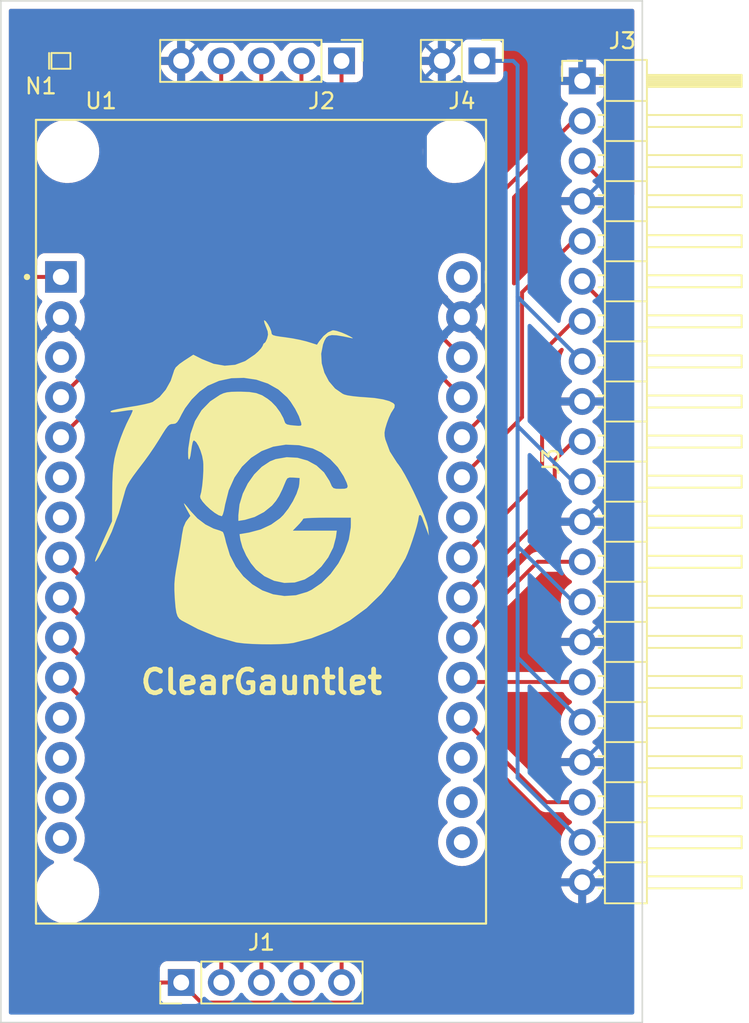
<source format=kicad_pcb>
(kicad_pcb (version 20211014) (generator pcbnew)
  (layers (0 "F.Cu" signal) (31 "B.Cu" signal) (34 "B.Paste" user) (35 "F.Paste" user) (36 "B.SilkS" user "B.Silkscreen") (37 "F.SilkS" user "F.Silkscreen") (38 "B.Mask" user) (39 "F.Mask" user) (44 "Edge.Cuts" user))
  (net 0 "")
  (net 4 "GND")
  (net 13 "Net-(J1-Pad2)")
  (net 14 "Net-(J1-Pad3)")
  (net 15 "Net-(J1-Pad4)")
  (net 16 "Net-(U1-Pad1)")
  (net 17 "Net-(J2-Pad2)")
  (net 18 "Net-(J2-Pad3)")
  (net 19 "Net-(J2-Pad4)")
  (net 20 "Net-(J3-Pad7)")
  (net 21 "Net-(U1-Pad26)")
  (net 22 "Net-(J3-Pad11)")
  (net 23 "Net-(U1-Pad25)")
  (net 24 "Net-(J3-Pad10)")
  (net 25 "Net-(J3-Pad13)")
  (net 26 "Net-(J3-Pad16)")
  (net 27 "Net-(J3-Pad19)")
  (net 29 "Net-(J1-Pad5)")
  (net 30 "Net-(J2-Pad1)")
  (footprint "Connector_PinHeader_2.54mm:PinHeader_1x05_P2.54mm_Vertical" (layer "F.Cu") (at 135.885 77.47 -90)
    (fp_text reference "J2" (at 2.54 1.265 180) (layer "F.SilkS"))
    (fp_text value "Conn_01x05_Male")
    (fp_line (start 1.33 1.27) (end 1.33 11.49) (layer "F.SilkS") (width 0.12))
    (fp_line (start -1.33 11.49) (end 1.33 11.49) (layer "F.SilkS") (width 0.12))
    (fp_line (start -1.33 1.27) (end -1.33 11.49) (layer "F.SilkS") (width 0.12))
    (fp_line (start -1.33 -1.33) (end 0 -1.33) (layer "F.SilkS") (width 0.12))
    (fp_line (start -1.33 1.27) (end 1.33 1.27) (layer "F.SilkS") (width 0.12))
    (fp_line (start -1.33 0) (end -1.33 -1.33) (layer "F.SilkS") (width 0.12))
    (pad "1" thru_hole rect (at 0 0 270) (size 1.7 1.7) (drill 1) (layers *.Cu *.Mask) (net 30 "Net-(J2-Pad1)"))
    (pad "2" thru_hole oval (at 0 2.54 270) (size 1.7 1.7) (drill 1) (layers *.Cu *.Mask) (net 17 "Net-(J2-Pad2)"))
    (pad "3" thru_hole oval (at 0 5.08 270) (size 1.7 1.7) (drill 1) (layers *.Cu *.Mask) (net 18 "Net-(J2-Pad3)"))
    (pad "4" thru_hole oval (at 0 7.62 270) (size 1.7 1.7) (drill 1) (layers *.Cu *.Mask) (net 19 "Net-(J2-Pad4)"))
    (pad "5" thru_hole oval (at 0 10.16 270) (size 1.7 1.7) (drill 1) (layers *.Cu *.Mask) (net 4 "GND"))
  )
  (footprint "ESP32-DEVKIT-V1:MODULE_ESP32_DEVKIT_V1" (layer "F.Cu") (at 130.81 106.68)
    (fp_text reference "U1" (at -10.16 -26.67) (layer "F.SilkS"))
    (fp_text value "ESP32-DEVKIT-V1")
    (fp_line (start 14.23 -25.475) (end 14.23 25.475) (layer "F.SilkS") (width 0.127))
    (fp_line (start -14.28 25.475) (end -14.28 -25.475) (layer "F.SilkS") (width 0.127))
    (fp_line (start 3.5 -25.475) (end 14.23 -25.475) (layer "F.SilkS") (width 0.127))
    (fp_line (start -8.91 25.475) (end 8.78 25.475) (layer "F.SilkS") (width 0.127))
    (fp_line (start -14.28 25.475) (end -8.91 25.475) (layer "F.SilkS") (width 0.127))
    (fp_line (start 8.78 25.475) (end 14.23 25.475) (layer "F.SilkS") (width 0.127))
    (fp_line (start -3.211 -25.475) (end 3.5 -25.475) (layer "F.SilkS") (width 0.127))
    (fp_line (start 14.23 -25.475) (end 14.23 25.475) (layer "F.SilkS") (width 0.127))
    (fp_line (start -14.28 -25.475) (end -3.211 -25.475) (layer "F.SilkS") (width 0.127))
    (fp_line (start -14.28 -25.475) (end 14.23 -25.475) (layer "F.SilkS") (width 0.127))
    (fp_line (start -14.28 25.475) (end -14.28 -25.475) (layer "F.SilkS") (width 0.127))
    (fp_line (start 14.23 25.475) (end -14.28 25.475) (layer "F.SilkS") (width 0.127))
    (fp_circle (center -14.85 -15.515) (end -14.75 -15.515) (layer "F.SilkS") (width 0.2) (fill none))
    (pad "" np_thru_hole circle (at -12.28 23.475) (size 3 3) (drill 3) (layers *.Cu *.Mask))
    (pad "" np_thru_hole circle (at 12.23 -23.475) (size 3 3) (drill 3) (layers *.Cu *.Mask))
    (pad "" np_thru_hole circle (at -12.28 -23.475) (size 3 3) (drill 3) (layers F&B.Cu *.Mask))
    (pad "1" thru_hole rect (at -12.7 -15.515) (size 2 2) (drill 1.02) (layers *.Cu *.Mask) (net 16 "Net-(U1-Pad1)"))
    (pad "2" thru_hole circle (at -12.7 -12.975) (size 2 2) (drill 1.02) (layers *.Cu *.Mask) (net 4 "GND"))
    (pad "3" thru_hole circle (at -12.7 -10.435) (size 2 2) (drill 1.02) (layers *.Cu *.Mask))
    (pad "4" thru_hole circle (at -12.7 -7.895) (size 2 2) (drill 1.02) (layers *.Cu *.Mask) (net 19 "Net-(J2-Pad4)"))
    (pad "5" thru_hole circle (at -12.7 -5.355) (size 2 2) (drill 1.02) (layers *.Cu *.Mask) (net 18 "Net-(J2-Pad3)"))
    (pad "6" thru_hole circle (at -12.7 -2.815) (size 2 2) (drill 1.02) (layers *.Cu *.Mask))
    (pad "7" thru_hole circle (at -12.7 -0.275) (size 2 2) (drill 1.02) (layers *.Cu *.Mask))
    (pad "8" thru_hole circle (at -12.7 2.265) (size 2 2) (drill 1.02) (layers *.Cu *.Mask) (net 29 "Net-(J1-Pad5)"))
    (pad "9" thru_hole circle (at -12.7 4.805) (size 2 2) (drill 1.02) (layers *.Cu *.Mask) (net 15 "Net-(J1-Pad4)"))
    (pad "10" thru_hole circle (at -12.7 7.345) (size 2 2) (drill 1.02) (layers *.Cu *.Mask) (net 14 "Net-(J1-Pad3)"))
    (pad "11" thru_hole circle (at -12.7 9.885) (size 2 2) (drill 1.02) (layers *.Cu *.Mask) (net 13 "Net-(J1-Pad2)"))
    (pad "12" thru_hole circle (at -12.7 12.425) (size 2 2) (drill 1.02) (layers *.Cu *.Mask))
    (pad "13" thru_hole circle (at -12.7 14.965) (size 2 2) (drill 1.02) (layers *.Cu *.Mask))
    (pad "14" thru_hole circle (at -12.7 17.505) (size 2 2) (drill 1.02) (layers *.Cu *.Mask))
    (pad "15" thru_hole circle (at -12.7 20.045) (size 2 2) (drill 1.02) (layers *.Cu *.Mask))
    (pad "16" thru_hole circle (at 12.7 20.32) (size 2 2) (drill 1.02) (layers *.Cu *.Mask))
    (pad "17" thru_hole circle (at 12.7 17.78) (size 2 2) (drill 1.02) (layers *.Cu *.Mask))
    (pad "18" thru_hole circle (at 12.7 14.965) (size 2 2) (drill 1.02) (layers *.Cu *.Mask))
    (pad "19" thru_hole circle (at 12.7 12.425) (size 2 2) (drill 1.02) (layers *.Cu *.Mask) (net 27 "Net-(J3-Pad19)"))
    (pad "20" thru_hole circle (at 12.7 9.885) (size 2 2) (drill 1.02) (layers *.Cu *.Mask) (net 26 "Net-(J3-Pad16)"))
    (pad "21" thru_hole circle (at 12.7 7.345) (size 2 2) (drill 1.02) (layers *.Cu *.Mask) (net 25 "Net-(J3-Pad13)"))
    (pad "22" thru_hole circle (at 12.7 4.805) (size 2 2) (drill 1.02) (layers *.Cu *.Mask) (net 24 "Net-(J3-Pad10)"))
    (pad "23" thru_hole circle (at 12.7 2.265) (size 2 2) (drill 1.02) (layers *.Cu *.Mask) (net 20 "Net-(J3-Pad7)"))
    (pad "24" thru_hole circle (at 12.7 -0.275) (size 2 2) (drill 1.02) (layers *.Cu *.Mask))
    (pad "25" thru_hole circle (at 12.7 -2.815) (size 2 2) (drill 1.02) (layers *.Cu *.Mask) (net 23 "Net-(U1-Pad25)"))
    (pad "26" thru_hole circle (at 12.7 -5.355) (size 2 2) (drill 1.02) (layers *.Cu *.Mask) (net 21 "Net-(U1-Pad26)"))
    (pad "27" thru_hole circle (at 12.7 -7.895) (size 2 2) (drill 1.02) (layers *.Cu *.Mask) (net 17 "Net-(J2-Pad2)"))
    (pad "28" thru_hole circle (at 12.7 -10.435) (size 2 2) (drill 1.02) (layers *.Cu *.Mask) (net 30 "Net-(J2-Pad1)"))
    (pad "29" thru_hole circle (at 12.7 -12.975) (size 2 2) (drill 1.02) (layers *.Cu *.Mask) (net 4 "GND"))
    (pad "30" thru_hole circle (at 12.7 -15.515) (size 2 2) (drill 1.02) (layers *.Cu *.Mask))
  )
  (footprint "CG:logo-big" (layer "F.Cu") (at 130.81 104.14)
    (fp_text reference "logo" hide)
    (fp_text value "LOGO" hide)
    (fp_poly (pts (xy 0.284874 -10.157918) (xy 0.417792 -9.973789) (xy 0.543339 -9.742797) (xy 0.62568 -9.527037) (xy 0.639568 -9.437495) (xy 0.659038 -9.350527) (xy 0.739524 -9.287318) (xy 0.914142 -9.236843) (xy 1.216008 -9.188081) (xy 1.497585 -9.151906) (xy 1.9627 -9.081915) (xy 2.440291 -8.989119) (xy 2.845361 -8.890555) (xy 2.936613 -8.863487) (xy 3.517626 -8.680513) (xy 3.653517 -8.88576) (xy 3.923019 -9.219346) (xy 4.216835 -9.463895) (xy 4.491724 -9.585855) (xy 4.565594 -9.593525) (xy 4.775282 -9.554582) (xy 5.079497 -9.452656) (xy 5.401076 -9.314951) (xy 5.650338 -9.18876) (xy 5.783199 -9.106309) (xy 5.777109 -9.08215) (xy 5.756115 -9.085834) (xy 5.183838 -9.20509) (xy 4.760744 -9.274691) (xy 4.458585 -9.288687) (xy 4.249112 -9.241128) (xy 4.10408 -9.126063) (xy 3.995239 -8.937543) (xy 3.90328 -8.695541) (xy 3.788 -8.108046) (xy 3.822378 -7.498218) (xy 3.990747 -6.902892) (xy 4.277441 -6.358906) (xy 4.666793 -5.903096) (xy 5.143136 -5.572299) (xy 5.252962 -5.522075) (xy 5.463214 -5.467626) (xy 5.803316 -5.415671) (xy 6.220439 -5.373202) (xy 6.532018 -5.352761) (xy 7.165436 -5.300888) (xy 7.695951 -5.216502) (xy 8.102082 -5.105029) (xy 8.362349 -4.971895) (xy 8.446048 -4.869231) (xy 8.430692 -4.694762) (xy 8.328489 -4.5313) (xy 8.212384 -4.348347) (xy 8.076077 -4.053899) (xy 7.951056 -3.71739) (xy 7.844216 -3.363075) (xy 7.798972 -3.108713) (xy 7.808734 -2.884722) (xy 7.852578 -2.677233) (xy 8.138214 -1.909862) (xy 8.598453 -1.188172) (xy 8.672066 -1.096403) (xy 8.862105 -0.82433) (xy 9.094334 -0.429106) (xy 9.352743 0.054977) (xy 9.621322 0.593625) (xy 9.884061 1.152546) (xy 10.124949 1.697447) (xy 10.327976 2.194036) (xy 10.477132 2.60802) (xy 10.556406 2.905106) (xy 10.563155 2.954161) (xy 10.608712 3.426259) (xy 10.416572 2.923741) (xy 10.302561 2.621617) (xy 10.210631 2.371027) (xy 10.172423 2.261331) (xy 10.08263 2.119392) (xy 9.993406 2.132934) (xy 9.958992 2.272291) (xy 9.92777 2.485658) (xy 9.843568 2.824891) (xy 9.720586 3.245919) (xy 9.573023 3.704671) (xy 9.415076 4.157075) (xy 9.260946 4.559059) (xy 9.12483 4.866553) (xy 9.120216 4.875757) (xy 8.429802 6.049795) (xy 7.608606 7.098705) (xy 6.664094 8.016856) (xy 5.603733 8.798615) (xy 4.434988 9.438353) (xy 3.165323 9.930437) (xy 2.028416 10.225123) (xy 1.673434 10.272089) (xy 1.185843 10.301611) (xy 0.614884 10.31421) (xy 0.009797 10.310404) (xy -0.580176 10.290713) (xy -1.105796 10.255655) (xy -1.517822 10.20575) (xy -1.617885 10.186676) (xy -2.813082 9.84852) (xy -4.020968 9.348383) (xy -5.0537 8.800777) (xy -5.204054 8.689399) (xy -5.312019 8.536221) (xy -5.387664 8.307988) (xy -5.441056 7.971447) (xy -5.482262 7.493341) (xy -5.491381 7.355036) (xy -5.514443 6.883659) (xy -5.513219 6.485753) (xy -5.482976 6.096577) (xy -5.418981 5.651392) (xy -5.33105 5.16223) (xy -5.237626 4.650285) (xy -5.149826 4.139117) (xy -5.077622 3.688619) (xy -5.03159 3.363616) (xy -4.942371 2.89806) (xy -4.798679 2.562568) (xy -4.728924 2.462285) (xy -4.501584 2.171798) (xy -4.72551 1.771151) (xy -4.844972 1.543947) (xy -4.906855 1.398756) (xy -4.907052 1.370504) (xy -4.834406 1.437269) (xy -4.683943 1.612611) (xy -4.487727 1.8591) (xy -4.480638 1.868279) (xy -4.050416 2.329624) (xy -3.549582 2.711271) (xy -3.033501 2.973527) (xy -2.861124 3.029332) (xy -2.619058 3.106537) (xy -2.457253 3.179556) (xy -2.438756 3.193368) (xy -2.383428 3.313216) (xy -2.310792 3.558384) (xy -2.240399 3.858434) (xy -1.993191 4.66787) (xy -1.62053 5.386479) (xy -1.14149 6.003726) (xy -0.575146 6.509076) (xy 0.059428 6.891994) (xy 0.743156 7.141945) (xy 1.456966 7.248395) (xy 2.181781 7.200809) (xy 2.898528 6.988651) (xy 3.182352 6.853402) (xy 3.8083 6.425567) (xy 4.379127 5.855756) (xy 4.872225 5.181615) (xy 5.264987 4.440786) (xy 5.534804 3.670914) (xy 5.659069 2.909642) (xy 5.664748 2.720002) (xy 5.664748 2.284173) (xy 4.157194 2.284173) (xy 3.655484 2.28825) (xy 3.224491 2.299534) (xy 2.894326 2.316602) (xy 2.6951 2.338034) (xy 2.64964 2.355362) (xy 2.590903 2.45624) (xy 2.440552 2.636829) (xy 2.319436 2.766513) (xy 1.989232 3.106475) (xy 4.775917 3.106475) (xy 4.717639 3.540468) (xy 4.549381 4.176288) (xy 4.233992 4.804172) (xy 3.803626 5.38084) (xy 3.290435 5.863015) (xy 2.741222 6.200745) (xy 2.108286 6.395299) (xy 1.451406 6.42155) (xy 0.800843 6.285703) (xy 0.18686 5.993962) (xy -0.345129 5.567896) (xy -0.67016 5.170577) (xy -0.966597 4.683287) (xy -1.1982 4.174758) (xy -1.32873 3.713722) (xy -1.331293 3.697528) (xy -1.387459 3.329229) (xy -0.771558 3.223729) (xy -0.049956 3.031179) (xy 0.61684 2.721227) (xy 1.180358 2.318823) (xy 1.390358 2.110868) (xy 1.708431 1.703541) (xy 1.994639 1.239485) (xy 2.222439 0.770627) (xy 2.365283 0.348898) (xy 2.399355 0.13705) (xy 2.421223 -0.228417) (xy 2.033339 -0.256492) (xy 1.781747 -0.261492) (xy 1.645461 -0.208275) (xy 1.559174 -0.066385) (xy 1.543513 -0.028074) (xy 1.320048 0.505607) (xy 1.121593 0.90684) (xy 0.923508 1.219037) (xy 0.701156 1.485608) (xy 0.659976 1.528682) (xy 0.163832 1.930608) (xy -0.430177 2.24238) (xy -1.044701 2.423843) (xy -1.073561 2.428615) (xy -1.461871 2.490261) (xy -1.461871 2.132312) (xy -1.388681 1.445249) (xy -1.183016 0.763005) (xy -0.865728 0.116997) (xy -0.457672 -0.461354) (xy 0.020297 -0.940629) (xy 0.547325 -1.289411) (xy 0.902762 -1.430228) (xy 1.601523 -1.550934) (xy 2.284234 -1.515091) (xy 2.923979 -1.334332) (xy 3.493844 -1.020293) (xy 3.966913 -0.584609) (xy 4.316269 -0.038916) (xy 4.361886 0.065086) (xy 4.463239 0.292527) (xy 4.565175 0.408507) (xy 4.729228 0.45063) (xy 5.002338 0.456492) (xy 5.271314 0.447675) (xy 5.423134 0.401267) (xy 5.465041 0.288036) (xy 5.40428 0.078752) (xy 5.248096 -0.255817) (xy 5.201888 -0.348661) (xy 4.839109 -0.913007) (xy 4.359729 -1.422012) (xy 3.81086 -1.833296) (xy 3.256314 -2.09889) (xy 2.38621 -2.307793) (xy 1.545916 -2.343899) (xy 0.749731 -2.216483) (xy 0.011954 -1.934823) (xy -0.653114 -1.508194) (xy -1.231176 -0.945874) (xy -1.707933 -0.257138) (xy -2.069084 0.548737) (xy -2.300332 1.462474) (xy -2.308274 1.511116) (xy -2.371483 1.836507) (xy -2.44006 2.07733) (xy -2.500895 2.189379) (xy -2.510346 2.192464) (xy -2.707232 2.132531) (xy -2.964111 1.976134) (xy -3.244654 1.756684) (xy -3.512536 1.507593) (xy -3.731427 1.262273) (xy -3.865002 1.054133) (xy -3.8836 0.929446) (xy -3.811983 0.654166) (xy -3.750819 0.254809) (xy -3.705121 -0.210046) (xy -3.679899 -0.681823) (xy -3.680167 -1.101946) (xy -3.693393 -1.293506) (xy -3.755822 -1.629773) (xy -3.86146 -1.968218) (xy -3.991665 -2.269273) (xy -4.127795 -2.493375) (xy -4.251209 -2.600958) (xy -4.307093 -2.596016) (xy -4.353829 -2.488864) (xy -4.403953 -2.254725) (xy -4.439106 -2.005245) (xy -4.496131 -1.627989) (xy -4.555015 -1.427941) (xy -4.606173 -1.399936) (xy -4.64002 -1.538805) (xy -4.646973 -1.839383) (xy -4.633199 -2.109873) (xy -4.492136 -3.028259) (xy -4.211715 -3.834356) (xy -3.794448 -4.523917) (xy -3.242849 -5.092698) (xy -2.624259 -5.502815) (xy -2.410827 -5.60107) (xy -2.186939 -5.662089) (xy -1.90132 -5.693823) (xy -1.502701 -5.704221) (xy -1.32482 -5.704284) (xy -0.763784 -5.683333) (xy -0.326803 -5.612695) (xy 0.042101 -5.473974) (xy 0.398907 -5.248775) (xy 0.635859 -5.059963) (xy 0.922408 -4.763975) (xy 1.190977 -4.394317) (xy 1.392494 -4.0237) (xy 1.458071 -3.841684) (xy 1.513806 -3.706832) (xy 1.622863 -3.628685) (xy 1.834355 -3.58377) (xy 2.043626 -3.561852) (xy 2.337197 -3.538708) (xy 2.48801 -3.547506) (xy 2.535278 -3.603518) (xy 2.518216 -3.722012) (xy 2.512895 -3.744586) (xy 2.369625 -4.152229) (xy 2.134443 -4.616416) (xy 1.846471 -5.066325) (xy 1.634608 -5.334635) (xy 1.07568 -5.836564) (xy 0.41032 -6.21423) (xy -0.329724 -6.462948) (xy -1.112706 -6.578031) (xy -1.906879 -6.554792) (xy -2.680495 -6.388546) (xy -3.396932 -6.077373) (xy -3.916764 -5.705876) (xy -4.414143 -5.211638) (xy -4.836342 -4.652125) (xy -5.04545 -4.280721) (xy -5.210522 -3.95644) (xy -5.336791 -3.76726) (xy -5.453938 -3.678869) (xy -5.585036 -3.656988) (xy -5.711737 -3.648244) (xy -5.818877 -3.607885) (xy -5.929291 -3.510556) (xy -6.065816 -3.330903) (xy -6.251288 -3.043571) (xy -6.492831 -2.649079) (xy -6.773968 -2.208333) (xy -7.103796 -1.723845) (xy -7.418902 -1.288266) (xy -7.47139 -1.21931) (xy -7.85104 -0.72184) (xy -8.133673 -0.338701) (xy -8.336632 -0.041697) (xy -8.47726 0.197367) (xy -8.572901 0.406685) (xy -8.640897 0.614453) (xy -8.671013 0.730935) (xy -9.031828 1.989064) (xy -9.479244 3.173627) (xy -9.845249 3.952259) (xy -10.083042 4.398636) (xy -10.279921 4.741504) (xy -10.427784 4.970543) (xy -10.518526 5.075431) (xy -10.544045 5.04585) (xy -10.496237 4.871476) (xy -10.431125 4.698443) (xy -10.31392 4.415983) (xy -10.147318 4.030256) (xy -9.958561 3.603882) (xy -9.857825 3.380576) (xy -9.463291 2.51259) (xy -9.453149 0.776619) (xy -9.443802 0.049972) (xy -9.420801 -0.537549) (xy -9.377493 -1.02942) (xy -9.307228 -1.469116) (xy -9.203352 -1.900111) (xy -9.059215 -2.365879) (xy -8.904495 -2.809314) (xy -8.742129 -3.225026) (xy -8.55312 -3.657208) (xy -8.39311 -3.98357) (xy -8.257147 -4.252602) (xy -8.171413 -4.450442) (xy -8.154223 -4.530002) (xy -8.255277 -4.534631) (xy -8.482933 -4.51185) (xy -8.731166 -4.47552) (xy -9.164571 -4.411211) (xy -9.434962 -4.388599) (xy -9.55725 -4.407755) (xy -9.546351 -4.468748) (xy -9.536385 -4.479299) (xy -9.414334 -4.527798) (xy -9.149121 -4.592274) (xy -8.778728 -4.664627) (xy -8.341133 -4.736759) (xy -8.300524 -4.742849) (xy -7.837191 -4.819604) (xy -7.416739 -4.903511) (xy -7.085073 -4.984493) (xy -6.888099 -5.052471) (xy -6.886486 -5.053298) (xy -6.449443 -5.371063) (xy -6.061576 -5.829045) (xy -5.750874 -6.385962) (xy -5.545322 -7.000528) (xy -5.535174 -7.04662) (xy -5.432664 -7.238895) (xy -5.19042 -7.463204) (xy -4.89972 -7.667269) (xy -4.315148 -8.048133) (xy -3.765037 -7.768587) (xy -3.026535 -7.470337) (xy -2.328769 -7.349525) (xy -1.665506 -7.406993) (xy -1.030511 -7.643585) (xy -0.417548 -8.060143) (xy -0.205576 -8.250027) (xy -0.024899 -8.446938) (xy 0.080373 -8.609559) (xy 0.091367 -8.652096) (xy 0.142821 -8.761762) (xy 0.175648 -8.771223) (xy 0.256542 -8.84902) (xy 0.347993 -9.040839) (xy 0.364266 -9.087369) (xy 0.417364 -9.316247) (xy 0.395199 -9.528817) (xy 0.288508 -9.810638) (xy 0.285123 -9.818304) (xy 0.194874 -10.054121) (xy 0.164394 -10.204383) (xy 0.180419 -10.233093)) (layer "F.SilkS") (width 0) (fill solid))
  )
  (footprint "Connector_PinHeader_2.54mm:PinHeader_1x05_P2.54mm_Vertical" (layer "F.Cu") (at 125.73 135.89 90)
    (fp_text reference "J1" (at 2.54 5.08 180) (layer "F.SilkS"))
    (fp_text value "Conn_01x05_Male")
    (fp_line (start -1.33 0) (end -1.33 -1.33) (layer "F.SilkS") (width 0.12))
    (fp_line (start -1.33 1.27) (end -1.33 11.49) (layer "F.SilkS") (width 0.12))
    (fp_line (start 1.33 1.27) (end 1.33 11.49) (layer "F.SilkS") (width 0.12))
    (fp_line (start -1.33 1.27) (end 1.33 1.27) (layer "F.SilkS") (width 0.12))
    (fp_line (start -1.33 11.49) (end 1.33 11.49) (layer "F.SilkS") (width 0.12))
    (fp_line (start -1.33 -1.33) (end 0 -1.33) (layer "F.SilkS") (width 0.12))
    (pad "1" thru_hole rect (at 0 0 90) (size 1.7 1.7) (drill 1) (layers *.Cu *.Mask) (net 16 "Net-(U1-Pad1)"))
    (pad "2" thru_hole oval (at 0 2.54 90) (size 1.7 1.7) (drill 1) (layers *.Cu *.Mask) (net 13 "Net-(J1-Pad2)"))
    (pad "3" thru_hole oval (at 0 5.08 90) (size 1.7 1.7) (drill 1) (layers *.Cu *.Mask) (net 14 "Net-(J1-Pad3)"))
    (pad "4" thru_hole oval (at 0 7.62 90) (size 1.7 1.7) (drill 1) (layers *.Cu *.Mask) (net 15 "Net-(J1-Pad4)"))
    (pad "5" thru_hole oval (at 0 10.16 90) (size 1.7 1.7) (drill 1) (layers *.Cu *.Mask) (net 29 "Net-(J1-Pad5)"))
  )
  (footprint "Filter:Filter_1109-5_1.1x0.9mm" (layer "F.Cu") (at 118.11 77.47)
    (fp_text reference "N1" (at -1.27 1.6) (layer "F.SilkS"))
    (fp_text value "Housing")
    (fp_line (start -0.6 -0.5) (end -0.6 0.5) (layer "F.SilkS") (width 0.12))
    (fp_line (start 0.6 -0.5) (end -0.6 -0.5) (layer "F.SilkS") (width 0.12))
    (fp_line (start -0.75 -0.5) (end -0.75 0.5) (layer "F.SilkS") (width 0.12))
    (fp_line (start -0.6 0.5) (end 0.6 0.5) (layer "F.SilkS") (width 0.12))
    (fp_line (start 0.6 0.5) (end 0.6 -0.5) (layer "F.SilkS") (width 0.12))
    (pad "1" smd rect (at -0.385 0 90) (size 0.25 0.18) (layers "F.Cu" "F.Paste" "F.Mask"))
    (pad "2" smd rect (at 0 0.25 90) (size 0.25 0.18) (layers "F.Cu" "F.Paste" "F.Mask"))
    (pad "3" smd rect (at 0.385 0.25 90) (size 0.25 0.18) (layers "F.Cu" "F.Paste" "F.Mask"))
    (pad "4" smd rect (at 0.385 -0.25 90) (size 0.25 0.18) (layers "F.Cu" "F.Paste" "F.Mask"))
    (pad "5" smd rect (at 0 -0.25 90) (size 0.25 0.18) (layers "F.Cu" "F.Paste" "F.Mask"))
  )
  (footprint "Connector_PinHeader_2.54mm:PinHeader_1x21_P2.54mm_Horizontal" (layer "F.Cu") (at 151.13 78.74)
    (fp_text reference "J3" (at 2.54 -2.54 180) (layer "F.SilkS"))
    (fp_text value "Conn_01x21")
    (fp_text user "${REFERENCE}" (at -1.975 24.13 90) (layer "F.SilkS"))
    (fp_line (start 4.1 30.1) (end 10.1 30.1) (layer "F.SilkS") (width 0.12))
    (fp_line (start 4.1 27.56) (end 10.1 27.56) (layer "F.SilkS") (width 0.12))
    (fp_line (start 10.1 15.62) (end 4.1 15.62) (layer "F.SilkS") (width 0.12))
    (fp_line (start 1.44 44.45) (end 4.1 44.45) (layer "F.SilkS") (width 0.12))
    (fp_line (start 10.1 13.08) (end 4.1 13.08) (layer "F.SilkS") (width 0.12))
    (fp_line (start 10.1 23.24) (end 4.1 23.24) (layer "F.SilkS") (width 0.12))
    (fp_line (start 10.1 18.16) (end 4.1 18.16) (layer "F.SilkS") (width 0.12))
    (fp_line (start -1.27 -1.27) (end 0 -1.27) (layer "F.SilkS") (width 0.12))
    (fp_line (start 1.042929 17.4) (end 1.44 17.4) (layer "F.SilkS") (width 0.12))
    (fp_line (start 1.44 3.81) (end 4.1 3.81) (layer "F.SilkS") (width 0.12))
    (fp_line (start 10.1 46.1) (end 4.1 46.1) (layer "F.SilkS") (width 0.12))
    (fp_line (start 10.1 4.7) (end 10.1 5.46) (layer "F.SilkS") (width 0.12))
    (fp_line (start 1.44 31.75) (end 4.1 31.75) (layer "F.SilkS") (width 0.12))
    (fp_line (start 4.1 -0.2) (end 10.1 -0.2) (layer "F.SilkS") (width 0.12))
    (fp_line (start 10.1 20.7) (end 4.1 20.7) (layer "F.SilkS") (width 0.12))
    (fp_line (start 10.1 0.38) (end 4.1 0.38) (layer "F.SilkS") (width 0.12))
    (fp_line (start 10.1 7.24) (end 10.1 8) (layer "F.SilkS") (width 0.12))
    (fp_line (start 1.44 29.21) (end 4.1 29.21) (layer "F.SilkS") (width 0.12))
    (fp_line (start 1.042929 20.7) (end 1.44 20.7) (layer "F.SilkS") (width 0.12))
    (fp_line (start 10.1 42.8) (end 10.1 43.56) (layer "F.SilkS") (width 0.12))
    (fp_line (start 10.1 17.4) (end 10.1 18.16) (layer "F.SilkS") (width 0.12))
    (fp_line (start 1.44 24.13) (end 4.1 24.13) (layer "F.SilkS") (width 0.12))
    (fp_line (start 1.44 21.59) (end 4.1 21.59) (layer "F.SilkS") (width 0.12))
    (fp_line (start 10.1 25.02) (end 10.1 25.78) (layer "F.SilkS") (width 0.12))
    (fp_line (start 10.1 5.46) (end 4.1 5.46) (layer "F.SilkS") (width 0.12))
    (fp_line (start 1.042929 37.72) (end 1.44 37.72) (layer "F.SilkS") (width 0.12))
    (fp_line (start 1.042929 19.94) (end 1.44 19.94) (layer "F.SilkS") (width 0.12))
    (fp_line (start 1.042929 5.46) (end 1.44 5.46) (layer "F.SilkS") (width 0.12))
    (fp_line (start 1.44 -1.33) (end 1.44 52.13) (layer "F.SilkS") (width 0.12))
    (fp_line (start 1.042929 40.26) (end 1.44 40.26) (layer "F.SilkS") (width 0.12))
    (fp_line (start 10.1 47.88) (end 10.1 48.64) (layer "F.SilkS") (width 0.12))
    (fp_line (start 4.1 37.72) (end 10.1 37.72) (layer "F.SilkS") (width 0.12))
    (fp_line (start 4.1 9.78) (end 10.1 9.78) (layer "F.SilkS") (width 0.12))
    (fp_line (start 1.44 36.83) (end 4.1 36.83) (layer "F.SilkS") (width 0.12))
    (fp_line (start 4.1 -1.33) (end 1.44 -1.33) (layer "F.SilkS") (width 0.12))
    (fp_line (start 1.44 41.91) (end 4.1 41.91) (layer "F.SilkS") (width 0.12))
    (fp_line (start 4.1 14.86) (end 10.1 14.86) (layer "F.SilkS") (width 0.12))
    (fp_line (start 1.042929 30.86) (end 1.44 30.86) (layer "F.SilkS") (width 0.12))
    (fp_line (start 10.1 -0.38) (end 10.1 0.38) (layer "F.SilkS") (width 0.12))
    (fp_line (start 4.1 0.16) (end 10.1 0.16) (layer "F.SilkS") (width 0.12))
    (fp_line (start 1.042929 41.02) (end 1.44 41.02) (layer "F.SilkS") (width 0.12))
    (fp_line (start 10.1 27.56) (end 10.1 28.32) (layer "F.SilkS") (width 0.12))
    (fp_line (start 1.44 1.27) (end 4.1 1.27) (layer "F.SilkS") (width 0.12))
    (fp_line (start 1.042929 33.4) (end 1.44 33.4) (layer "F.SilkS") (width 0.12))
    (fp_line (start 4.1 7.24) (end 10.1 7.24) (layer "F.SilkS") (width 0.12))
    (fp_line (start 4.1 2.16) (end 10.1 2.16) (layer "F.SilkS") (width 0.12))
    (fp_line (start 1.042929 15.62) (end 1.44 15.62) (layer "F.SilkS") (width 0.12))
    (fp_line (start 1.44 49.53) (end 4.1 49.53) (layer "F.SilkS") (width 0.12))
    (fp_line (start 4.1 52.13) (end 4.1 -1.33) (layer "F.SilkS") (width 0.12))
    (fp_line (start 10.1 22.48) (end 10.1 23.24) (layer "F.SilkS") (width 0.12))
    (fp_line (start 10.1 2.92) (end 4.1 2.92) (layer "F.SilkS") (width 0.12))
    (fp_line (start -1.27 0) (end -1.27 -1.27) (layer "F.SilkS") (width 0.12))
    (fp_line (start 1.44 52.13) (end 4.1 52.13) (layer "F.SilkS") (width 0.12))
    (fp_line (start 1.44 16.51) (end 4.1 16.51) (layer "F.SilkS") (width 0.12))
    (fp_line (start 1.44 19.05) (end 4.1 19.05) (layer "F.SilkS") (width 0.12))
    (fp_line (start 1.042929 48.64) (end 1.44 48.64) (layer "F.SilkS") (width 0.12))
    (fp_line (start 1.042929 14.86) (end 1.44 14.86) (layer "F.SilkS") (width 0.12))
    (fp_line (start 10.1 32.64) (end 10.1 33.4) (layer "F.SilkS") (width 0.12))
    (fp_line (start 10.1 37.72) (end 10.1 38.48) (layer "F.SilkS") (width 0.12))
    (fp_line (start 4.1 -0.08) (end 10.1 -0.08) (layer "F.SilkS") (width 0.12))
    (fp_line (start 1.44 6.35) (end 4.1 6.35) (layer "F.SilkS") (width 0.12))
    (fp_line (start 10.1 41.02) (end 4.1 41.02) (layer "F.SilkS") (width 0.12))
    (fp_line (start 1.44 39.37) (end 4.1 39.37) (layer "F.SilkS") (width 0.12))
    (fp_line (start 4.1 50.42) (end 10.1 50.42) (layer "F.SilkS") (width 0.12))
    (fp_line (start 1.44 11.43) (end 4.1 11.43) (layer "F.SilkS") (width 0.12))
    (fp_line (start 1.042929 22.48) (end 1.44 22.48) (layer "F.SilkS") (width 0.12))
    (fp_line (start 10.1 35.18) (end 10.1 35.94) (layer "F.SilkS") (width 0.12))
    (fp_line (start 1.44 46.99) (end 4.1 46.99) (layer "F.SilkS") (width 0.12))
    (fp_line (start 1.042929 35.94) (end 1.44 35.94) (layer "F.SilkS") (width 0.12))
    (fp_line (start 10.1 12.32) (end 10.1 13.08) (layer "F.SilkS") (width 0.12))
    (fp_line (start 10.1 10.54) (end 4.1 10.54) (layer "F.SilkS") (width 0.12))
    (fp_line (start 1.042929 35.18) (end 1.44 35.18) (layer "F.SilkS") (width 0.12))
    (fp_line (start 10.1 9.78) (end 10.1 10.54) (layer "F.SilkS") (width 0.12))
    (fp_line (start 4.1 0.28) (end 10.1 0.28) (layer "F.SilkS") (width 0.12))
    (fp_line (start 1.042929 38.48) (end 1.44 38.48) (layer "F.SilkS") (width 0.12))
    (fp_line (start 1.11 -0.38) (end 1.44 -0.38) (layer "F.SilkS") (width 0.12))
    (fp_line (start 4.1 17.4) (end 10.1 17.4) (layer "F.SilkS") (width 0.12))
    (fp_line (start 4.1 0.04) (end 10.1 0.04) (layer "F.SilkS") (width 0.12))
    (fp_line (start 1.042929 13.08) (end 1.44 13.08) (layer "F.SilkS") (width 0.12))
    (fp_line (start 1.042929 12.32) (end 1.44 12.32) (layer "F.SilkS") (width 0.12))
    (fp_line (start 1.042929 25.78) (end 1.44 25.78) (layer "F.SilkS") (width 0.12))
    (fp_line (start 4.1 19.94) (end 10.1 19.94) (layer "F.SilkS") (width 0.12))
    (fp_line (start 4.1 32.64) (end 10.1 32.64) (layer "F.SilkS") (width 0.12))
    (fp_line (start 1.042929 32.64) (end 1.44 32.64) (layer "F.SilkS") (width 0.12))
    (fp_line (start 10.1 50.42) (end 10.1 51.18) (layer "F.SilkS") (width 0.12))
    (fp_line (start 1.042929 46.1) (end 1.44 46.1) (layer "F.SilkS") (width 0.12))
    (fp_line (start 10.1 35.94) (end 4.1 35.94) (layer "F.SilkS") (width 0.12))
    (fp_line (start 1.042929 51.18) (end 1.44 51.18) (layer "F.SilkS") (width 0.12))
    (fp_line (start 10.1 33.4) (end 4.1 33.4) (layer "F.SilkS") (width 0.12))
    (fp_line (start 4.1 47.88) (end 10.1 47.88) (layer "F.SilkS") (width 0.12))
    (fp_line (start 1.042929 2.92) (end 1.44 2.92) (layer "F.SilkS") (width 0.12))
    (fp_line (start 4.1 25.02) (end 10.1 25.02) (layer "F.SilkS") (width 0.12))
    (fp_line (start 10.1 51.18) (end 4.1 51.18) (layer "F.SilkS") (width 0.12))
    (fp_line (start 1.042929 8) (end 1.44 8) (layer "F.SilkS") (width 0.12))
    (fp_line (start 1.042929 30.1) (end 1.44 30.1) (layer "F.SilkS") (width 0.12))
    (fp_line (start 4.1 -0.32) (end 10.1 -0.32) (layer "F.SilkS") (width 0.12))
    (fp_line (start 10.1 28.32) (end 4.1 28.32) (layer "F.SilkS") (width 0.12))
    (fp_line (start 1.44 26.67) (end 4.1 26.67) (layer "F.SilkS") (width 0.12))
    (fp_line (start 10.1 14.86) (end 10.1 15.62) (layer "F.SilkS") (width 0.12))
    (fp_line (start 10.1 48.64) (end 4.1 48.64) (layer "F.SilkS") (width 0.12))
    (fp_line (start 1.042929 7.24) (end 1.44 7.24) (layer "F.SilkS") (width 0.12))
    (fp_line (start 10.1 19.94) (end 10.1 20.7) (layer "F.SilkS") (width 0.12))
    (fp_line (start 4.1 40.26) (end 10.1 40.26) (layer "F.SilkS") (width 0.12))
    (fp_line (start 1.042929 4.7) (end 1.44 4.7) (layer "F.SilkS") (width 0.12))
    (fp_line (start 1.11 0.38) (end 1.44 0.38) (layer "F.SilkS") (width 0.12))
    (fp_line (start 4.1 4.7) (end 10.1 4.7) (layer "F.SilkS") (width 0.12))
    (fp_line (start 4.1 12.32) (end 10.1 12.32) (layer "F.SilkS") (width 0.12))
    (fp_line (start 1.042929 47.88) (end 1.44 47.88) (layer "F.SilkS") (width 0.12))
    (fp_line (start 10.1 38.48) (end 4.1 38.48) (layer "F.SilkS") (width 0.12))
    (fp_line (start 1.042929 10.54) (end 1.44 10.54) (layer "F.SilkS") (width 0.12))
    (fp_line (start 10.1 45.34) (end 10.1 46.1) (layer "F.SilkS") (width 0.12))
    (fp_line (start 10.1 25.78) (end 4.1 25.78) (layer "F.SilkS") (width 0.12))
    (fp_line (start 1.042929 27.56) (end 1.44 27.56) (layer "F.SilkS") (width 0.12))
    (fp_line (start 4.1 42.8) (end 10.1 42.8) (layer "F.SilkS") (width 0.12))
    (fp_line (start 1.44 13.97) (end 4.1 13.97) (layer "F.SilkS") (width 0.12))
    (fp_line (start 1.042929 43.56) (end 1.44 43.56) (layer "F.SilkS") (width 0.12))
    (fp_line (start 4.1 -0.38) (end 10.1 -0.38) (layer "F.SilkS") (width 0.12))
    (fp_line (start 4.1 45.34) (end 10.1 45.34) (layer "F.SilkS") (width 0.12))
    (fp_line (start 1.042929 9.78) (end 1.44 9.78) (layer "F.SilkS") (width 0.12))
    (fp_line (start 1.042929 18.16) (end 1.44 18.16) (layer "F.SilkS") (width 0.12))
    (fp_line (start 1.042929 25.02) (end 1.44 25.02) (layer "F.SilkS") (width 0.12))
    (fp_line (start 1.042929 45.34) (end 1.44 45.34) (layer "F.SilkS") (width 0.12))
    (fp_line (start 1.042929 23.24) (end 1.44 23.24) (layer "F.SilkS") (width 0.12))
    (fp_line (start 1.44 8.89) (end 4.1 8.89) (layer "F.SilkS") (width 0.12))
    (fp_line (start 1.042929 50.42) (end 1.44 50.42) (layer "F.SilkS") (width 0.12))
    (fp_line (start 10.1 8) (end 4.1 8) (layer "F.SilkS") (width 0.12))
    (fp_line (start 1.042929 42.8) (end 1.44 42.8) (layer "F.SilkS") (width 0.12))
    (fp_line (start 10.1 43.56) (end 4.1 43.56) (layer "F.SilkS") (width 0.12))
    (fp_line (start 1.042929 28.32) (end 1.44 28.32) (layer "F.SilkS") (width 0.12))
    (fp_line (start 4.1 22.48) (end 10.1 22.48) (layer "F.SilkS") (width 0.12))
    (fp_line (start 10.1 40.26) (end 10.1 41.02) (layer "F.SilkS") (width 0.12))
    (fp_line (start 4.1 35.18) (end 10.1 35.18) (layer "F.SilkS") (width 0.12))
    (fp_line (start 10.1 30.86) (end 4.1 30.86) (layer "F.SilkS") (width 0.12))
    (fp_line (start 1.44 34.29) (end 4.1 34.29) (layer "F.SilkS") (width 0.12))
    (fp_line (start 1.042929 2.16) (end 1.44 2.16) (layer "F.SilkS") (width 0.12))
    (fp_line (start 10.1 2.16) (end 10.1 2.92) (layer "F.SilkS") (width 0.12))
    (fp_line (start 10.1 30.1) (end 10.1 30.86) (layer "F.SilkS") (width 0.12))
    (pad "1" thru_hole rect (at 0 0) (size 1.7 1.7) (drill 1) (layers *.Cu *.Mask) (net 4 "GND"))
    (pad "2" thru_hole oval (at 0 2.54) (size 1.7 1.7) (drill 1) (layers *.Cu *.Mask) (net 21 "Net-(U1-Pad26)"))
    (pad "3" thru_hole oval (at 0 5.08) (size 1.7 1.7) (drill 1) (layers *.Cu *.Mask) (net 16 "Net-(U1-Pad1)"))
    (pad "4" thru_hole oval (at 0 7.62) (size 1.7 1.7) (drill 1) (layers *.Cu *.Mask) (net 4 "GND"))
    (pad "5" thru_hole oval (at 0 10.16) (size 1.7 1.7) (drill 1) (layers *.Cu *.Mask) (net 23 "Net-(U1-Pad25)"))
    (pad "6" thru_hole oval (at 0 12.7) (size 1.7 1.7) (drill 1) (layers *.Cu *.Mask) (net 16 "Net-(U1-Pad1)"))
    (pad "7" thru_hole oval (at 0 15.24) (size 1.7 1.7) (drill 1) (layers *.Cu *.Mask) (net 20 "Net-(J3-Pad7)"))
    (pad "8" thru_hole oval (at 0 17.78) (size 1.7 1.7) (drill 1) (layers *.Cu *.Mask) (net 22 "Net-(J3-Pad11)"))
    (pad "9" thru_hole oval (at 0 20.32) (size 1.7 1.7) (drill 1) (layers *.Cu *.Mask) (net 4 "GND"))
    (pad "10" thru_hole oval (at 0 22.86) (size 1.7 1.7) (drill 1) (layers *.Cu *.Mask) (net 24 "Net-(J3-Pad10)"))
    (pad "11" thru_hole oval (at 0 25.4) (size 1.7 1.7) (drill 1) (layers *.Cu *.Mask) (net 22 "Net-(J3-Pad11)"))
    (pad "12" thru_hole oval (at 0 27.94) (size 1.7 1.7) (drill 1) (layers *.Cu *.Mask) (net 4 "GND"))
    (pad "13" thru_hole oval (at 0 30.48) (size 1.7 1.7) (drill 1) (layers *.Cu *.Mask) (net 25 "Net-(J3-Pad13)"))
    (pad "14" thru_hole oval (at 0 33.02) (size 1.7 1.7) (drill 1) (layers *.Cu *.Mask) (net 22 "Net-(J3-Pad11)"))
    (pad "15" thru_hole oval (at 0 35.56) (size 1.7 1.7) (drill 1) (layers *.Cu *.Mask) (net 4 "GND"))
    (pad "16" thru_hole oval (at 0 38.1) (size 1.7 1.7) (drill 1) (layers *.Cu *.Mask) (net 26 "Net-(J3-Pad16)"))
    (pad "17" thru_hole oval (at 0 40.64) (size 1.7 1.7) (drill 1) (layers *.Cu *.Mask) (net 22 "Net-(J3-Pad11)"))
    (pad "18" thru_hole oval (at 0 43.18) (size 1.7 1.7) (drill 1) (layers *.Cu *.Mask) (net 4 "GND"))
    (pad "19" thru_hole oval (at 0 45.72) (size 1.7 1.7) (drill 1) (layers *.Cu *.Mask) (net 27 "Net-(J3-Pad19)"))
    (pad "20" thru_hole oval (at 0 48.26) (size 1.7 1.7) (drill 1) (layers *.Cu *.Mask) (net 22 "Net-(J3-Pad11)"))
    (pad "21" thru_hole oval (at 0 50.8) (size 1.7 1.7) (drill 1) (layers *.Cu *.Mask) (net 4 "GND"))
  )
  (footprint "Connector_PinHeader_2.54mm:PinHeader_1x02_P2.54mm_Vertical" (layer "F.Cu") (at 144.78 77.47 -90)
    (fp_text reference "J4" (at 2.54 1.27 180) (layer "F.SilkS"))
    (fp_text value "Conn_01x02_Male")
    (fp_line (start -1.33 -1.33) (end 0 -1.33) (layer "F.SilkS") (width 0.12))
    (fp_line (start 1.33 1.27) (end 1.33 3.87) (layer "F.SilkS") (width 0.12))
    (fp_line (start -1.33 1.27) (end -1.33 3.87) (layer "F.SilkS") (width 0.12))
    (fp_line (start -1.33 0) (end -1.33 -1.33) (layer "F.SilkS") (width 0.12))
    (fp_line (start -1.33 3.87) (end 1.33 3.87) (layer "F.SilkS") (width 0.12))
    (fp_line (start -1.33 1.27) (end 1.33 1.27) (layer "F.SilkS") (width 0.12))
    (pad "1" thru_hole rect (at 0 0 270) (size 1.7 1.7) (drill 1) (layers *.Cu *.Mask) (net 22 "Net-(J3-Pad11)"))
    (pad "2" thru_hole oval (at 0 2.54 270) (size 1.7 1.7) (drill 1) (layers *.Cu *.Mask) (net 4 "GND"))
  )
  (gr_rect (start 154.94 138.43) (end 114.3 73.66) (layer "Edge.Cuts") (width 0.1) (fill none))
  (gr_text "ClearGauntlet\n" (at 130.81 116.84) (layer "F.SilkS") (effects (font (size 1.5 1.5) (thickness 0.3))))
  (segment (start 149.86 74.93) (end 151.13 76.2) (width 0.25) (layer "B.Cu") (net 4))
  (segment (start 151.13 129.54) (end 153.67 127) (width 0.25) (layer "B.Cu") (net 4))
  (segment (start 144.78 74.93) (end 149.86 74.93) (width 0.25) (layer "B.Cu") (net 4))
  (segment (start 153.67 83.82) (end 153.67 88.335) (width 0.25) (layer "B.Cu") (net 4))
  (segment (start 140.97 76.2) (end 142.24 77.47) (width 0.25) (layer "B.Cu") (net 4))
  (segment (start 153.67 111.195) (end 153.67 111.76) (width 0.25) (layer "B.Cu") (net 4))
  (segment (start 153.67 127) (end 153.67 118.815) (width 0.25) (layer "B.Cu") (net 4))
  (segment (start 126.995 76.2) (end 140.97 76.2) (width 0.25) (layer "B.Cu") (net 4))
  (segment (start 153.67 78.74) (end 153.67 80.715) (width 0.25) (layer "B.Cu") (net 4))
  (segment (start 141.164999 85.284999) (end 141.164999 78.545001) (width 0.25) (layer "B.Cu") (net 4))
  (segment (start 151.13 121.92) (end 153.67 119.38) (width 0.25) (layer "B.Cu") (net 4))
  (segment (start 151.13 114.3) (end 153.67 111.76) (width 0.25) (layer "B.Cu") (net 4))
  (segment (start 153.67 95.955) (end 153.67 103.575) (width 0.25) (layer "B.Cu") (net 4))
  (segment (start 153.67 103.575) (end 153.67 111.195) (width 0.25) (layer "B.Cu") (net 4))
  (segment (start 153.67 80.715) (end 153.67 83.82) (width 0.25) (layer "B.Cu") (net 4))
  (segment (start 151.13 86.36) (end 153.67 83.82) (width 0.25) (layer "B.Cu") (net 4))
  (segment (start 142.24 77.47) (end 144.78 74.93) (width 0.25) (layer "B.Cu") (net 4))
  (segment (start 141.164999 78.545001) (end 142.24 77.47) (width 0.25) (layer "B.Cu") (net 4))
  (segment (start 144.835 92.38) (end 144.835 88.955) (width 0.25) (layer "B.Cu") (net 4))
  (segment (start 151.13 106.68) (end 153.67 104.14) (width 0.25) (layer "B.Cu") (net 4))
  (segment (start 153.67 111.76) (end 153.67 118.815) (width 0.25) (layer "B.Cu") (net 4))
  (segment (start 153.67 88.335) (end 153.67 95.955) (width 0.25) (layer "B.Cu") (net 4))
  (segment (start 151.13 76.2) (end 153.67 78.74) (width 0.25) (layer "B.Cu") (net 4))
  (segment (start 151.13 78.74) (end 151.13 76.2) (width 0.25) (layer "B.Cu") (net 4))
  (segment (start 143.51 93.705) (end 144.835 92.38) (width 0.25) (layer "B.Cu") (net 4))
  (segment (start 125.725 77.47) (end 126.995 76.2) (width 0.25) (layer "B.Cu") (net 4))
  (segment (start 144.835 88.955) (end 141.164999 85.284999) (width 0.25) (layer "B.Cu") (net 4))
  (segment (start 118.11 116.565) (end 128.27 126.725) (width 0.25) (layer "F.Cu") (net 13))
  (segment (start 128.27 126.725) (end 128.27 135.89) (width 0.25) (layer "F.Cu") (net 13))
  (segment (start 118.11 114.025) (end 130.81 126.725) (width 0.25) (layer "F.Cu") (net 14))
  (segment (start 130.81 126.725) (end 130.81 135.89) (width 0.25) (layer "F.Cu") (net 14))
  (segment (start 118.11 111.485) (end 133.35 126.725) (width 0.25) (layer "F.Cu") (net 15))
  (segment (start 133.35 126.725) (end 133.35 135.89) (width 0.25) (layer "F.Cu") (net 15))
  (segment (start 115.57 91.44) (end 115.57 134.62) (width 0.25) (layer "F.Cu") (net 16))
  (segment (start 151.13 91.44) (end 153.67 93.98) (width 0.25) (layer "F.Cu") (net 16))
  (segment (start 115.845 91.165) (end 115.57 91.44) (width 0.25) (layer "F.Cu") (net 16))
  (segment (start 115.57 134.62) (end 118.11 137.16) (width 0.25) (layer "F.Cu") (net 16))
  (segment (start 153.67 132.08) (end 148.59 137.16) (width 0.25) (layer "F.Cu") (net 16))
  (segment (start 123.19 137.16) (end 124.46 135.89) (width 0.25) (layer "F.Cu") (net 16))
  (segment (start 124.46 135.89) (end 125.73 135.89) (width 0.25) (layer "F.Cu") (net 16))
  (segment (start 153.67 86.36) (end 153.67 132.08) (width 0.25) (layer "F.Cu") (net 16))
  (segment (start 118.11 137.16) (end 123.19 137.16) (width 0.25) (layer "F.Cu") (net 16))
  (segment (start 151.13 83.82) (end 153.67 86.36) (width 0.25) (layer "F.Cu") (net 16))
  (segment (start 127 137.16) (end 125.73 135.89) (width 0.25) (layer "F.Cu") (net 16))
  (segment (start 148.59 137.16) (end 127 137.16) (width 0.25) (layer "F.Cu") (net 16))
  (segment (start 118.11 91.165) (end 115.845 91.165) (width 0.25) (layer "F.Cu") (net 16))
  (segment (start 133.345 88.62) (end 143.51 98.785) (width 0.25) (layer "F.Cu") (net 17))
  (segment (start 133.345 77.47) (end 133.345 88.62) (width 0.25) (layer "F.Cu") (net 17))
  (segment (start 130.805 77.47) (end 130.805 88.63) (width 0.25) (layer "F.Cu") (net 18))
  (segment (start 130.805 88.63) (end 118.11 101.325) (width 0.25) (layer "F.Cu") (net 18))
  (segment (start 128.265 88.63) (end 118.11 98.785) (width 0.25) (layer "F.Cu") (net 19))
  (segment (start 128.265 77.47) (end 128.265 88.63) (width 0.25) (layer "F.Cu") (net 19))
  (segment (start 150.565 93.98) (end 148.59 95.955) (width 0.25) (layer "F.Cu") (net 20))
  (segment (start 151.13 93.98) (end 150.565 93.98) (width 0.25) (layer "F.Cu") (net 20))
  (segment (start 148.59 95.955) (end 148.59 103.865) (width 0.25) (layer "F.Cu") (net 20))
  (segment (start 148.59 103.865) (end 143.51 108.945) (width 0.25) (layer "F.Cu") (net 20))
  (segment (start 146.05 85.795) (end 150.565 81.28) (width 0.25) (layer "F.Cu") (net 21))
  (segment (start 146.05 98.785) (end 146.05 85.795) (width 0.25) (layer "F.Cu") (net 21))
  (segment (start 151.13 81.28) (end 150.565 81.28) (width 0.25) (layer "F.Cu") (net 21))
  (segment (start 146.05 98.785) (end 143.51 101.325) (width 0.25) (layer "F.Cu") (net 21))
  (segment (start 147.0375 115.2875) (end 147.0375 115.8525) (width 0.25) (layer "B.Cu") (net 22))
  (segment (start 147.0375 92.4275) (end 147.0375 92.9925) (width 0.25) (layer "B.Cu") (net 22))
  (segment (start 146.755 77.47) (end 147.0375 77.7525) (width 0.25) (layer "B.Cu") (net 22))
  (segment (start 147.0375 100.6125) (end 147.0375 108.2325) (width 0.25) (layer "B.Cu") (net 22))
  (segment (start 151.13 96.52) (end 147.0375 92.4275) (width 0.25) (layer "B.Cu") (net 22))
  (segment (start 147.0375 115.8525) (end 147.0375 122.9075) (width 0.25) (layer "B.Cu") (net 22))
  (segment (start 147.0375 108.2325) (end 150.565 111.76) (width 0.25) (layer "B.Cu") (net 22))
  (segment (start 151.13 119.38) (end 147.0375 115.2875) (width 0.25) (layer "B.Cu") (net 22))
  (segment (start 147.0375 77.7525) (end 147.0375 85.3725) (width 0.25) (layer "B.Cu") (net 22))
  (segment (start 147.0375 85.3725) (end 147.0375 92.4275) (width 0.25) (layer "B.Cu") (net 22))
  (segment (start 147.0375 92.9925) (end 147.0375 100.6125) (width 0.25) (layer "B.Cu") (net 22))
  (segment (start 144.78 77.47) (end 146.755 77.47) (width 0.25) (layer "B.Cu") (net 22))
  (segment (start 147.0375 100.6125) (end 150.565 104.14) (width 0.25) (layer "B.Cu") (net 22))
  (segment (start 151.13 111.76) (end 150.565 111.76) (width 0.25) (layer "B.Cu") (net 22))
  (segment (start 147.0375 108.2325) (end 147.0375 115.2875) (width 0.25) (layer "B.Cu") (net 22))
  (segment (start 151.13 127) (end 147.0375 122.9075) (width 0.25) (layer "B.Cu") (net 22))
  (segment (start 147.32 92.145) (end 150.565 88.9) (width 0.25) (layer "F.Cu") (net 23))
  (segment (start 147.32 100.055) (end 147.32 92.145) (width 0.25) (layer "F.Cu") (net 23))
  (segment (start 147.32 100.055) (end 143.51 103.865) (width 0.25) (layer "F.Cu") (net 23))
  (segment (start 151.13 88.9) (end 150.565 88.9) (width 0.25) (layer "F.Cu") (net 23))
  (segment (start 150.565 101.6) (end 149.39 102.775) (width 0.25) (layer "F.Cu") (net 24))
  (segment (start 151.13 101.6) (end 150.565 101.6) (width 0.25) (layer "F.Cu") (net 24))
  (segment (start 149.39 105.605) (end 143.51 111.485) (width 0.25) (layer "F.Cu") (net 24))
  (segment (start 149.39 102.775) (end 149.39 105.605) (width 0.25) (layer "F.Cu") (net 24))
  (segment (start 148.315 109.22) (end 143.51 114.025) (width 0.25) (layer "F.Cu") (net 25))
  (segment (start 151.13 109.22) (end 148.315 109.22) (width 0.25) (layer "F.Cu") (net 25))
  (segment (start 143.785 116.84) (end 143.51 116.565) (width 0.25) (layer "F.Cu") (net 26))
  (segment (start 151.13 116.84) (end 143.785 116.84) (width 0.25) (layer "F.Cu") (net 26))
  (segment (start 151.13 124.46) (end 148.865 124.46) (width 0.25) (layer "F.Cu") (net 27))
  (segment (start 148.865 124.46) (end 143.51 119.105) (width 0.25) (layer "F.Cu") (net 27))
  (segment (start 118.11 108.945) (end 135.89 126.725) (width 0.25) (layer "F.Cu") (net 29))
  (segment (start 135.89 126.725) (end 135.89 135.89) (width 0.25) (layer "F.Cu") (net 29))
  (segment (start 135.885 77.47) (end 135.885 88.62) (width 0.25) (layer "F.Cu") (net 30))
  (segment (start 135.885 88.62) (end 143.51 96.245) (width 0.25) (layer "F.Cu") (net 30))
  (zone (net 4) (net_name "GND") (layer "F.Cu") (connect_pads (clearance 0.508)) (min_thickness 0.254) (fill yes (thermal_gap 0.508) (thermal_bridge_width 0.508))
    (polygon (pts (xy 154.94 138.43) (xy 114.3 138.43) (xy 114.3 73.66) (xy 154.94 73.66)))
  )
  (zone (net 4) (net_name "GND") (layer "B.Cu") (connect_pads (clearance 0.508)) (min_thickness 0.254) (fill yes (thermal_gap 0.508) (thermal_bridge_width 0.508))
    (polygon (pts (xy 154.94 138.43) (xy 114.3 138.43) (xy 114.3 73.66) (xy 154.94 73.66)))
  )
)
</source>
